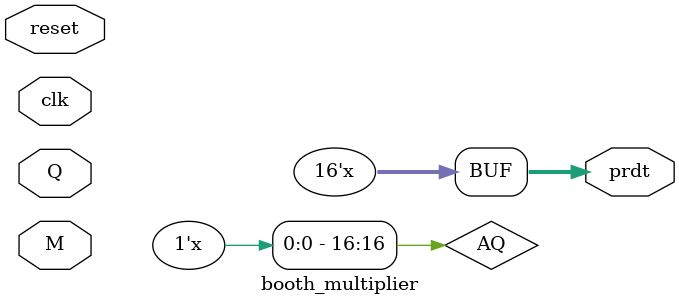
<source format=v>
`timescale 1ns / 1ps


module booth_multiplier(clk,reset,M,Q,prdt);
    input clk,reset;
    input  [7:0] M,Q;
    output reg  [15:0]prdt;
    
    reg Q0,start;
    reg [3:0]count;
    reg [7:0]accumulator;
    reg [16:0]AQ;
    
        
    reg [1:0]state,nextstate;
    
    localparam S0=2'd0;
    localparam S1=2'd1;
    localparam S2=2'd2;
    localparam S3=2'd3;
    
    always @(posedge clk or posedge reset)
    begin
        if(reset)
        begin
            state<=S0;
//            start<=1'b1;
        end
        
        else
        begin
            state<=nextstate;
        end
    end
    
    
    always @(*)
    case(state)
    
        S0:begin
                accumulator<=8'd0;
                count<=4'd0;
                Q0<=1'b0;
                AQ<={accumulator[7:0],Q[7:0],Q0};
                nextstate<=S1;
            end

        S1:begin
            if(AQ[1]==1'b1 && AQ[0]==1'b0)
            begin
                AQ[15:8]<=AQ[15:8]-M[7:0];
                nextstate<=S2;
            end
            
            else if(AQ[1]==1'b0 && AQ[0]==1'b1)
            begin
                AQ[15:8]<=AQ[15:8]+M[7:0];
                nextstate<=S2;
            end
            
            else if(AQ[1]==1'b0 && AQ[0]==1'b0)
                nextstate<=S2;
                
            else if(AQ[1]==1'b1 && AQ[0]==1'b1)
                nextstate<=S2;
            end
    
        S2:begin
//            start<=1'b0;
            AQ<={AQ[16],AQ[16:1]};
            count = count+1'b1;
            
            if(count < 4'd8)
                nextstate=S1;
                
            else if(count==4'd8)
                nextstate = S3;
        end
        
        S3: begin
            prdt<=AQ[16:1];
        end
        
    endcase
endmodule

</source>
